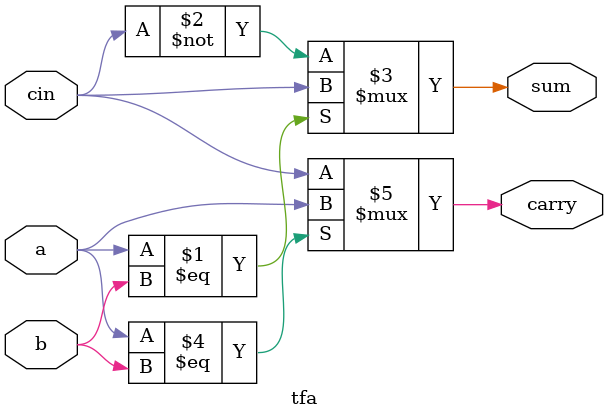
<source format=v>
module tfa(a,b,cin,sum,carry);
input a,b,cin;
output sum,carry;
assign sum=(a==b)?cin:~cin;
assign carry=(a==b)?a:cin;
endmodule

</source>
